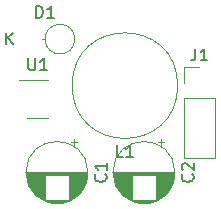
<source format=gto>
G04 #@! TF.GenerationSoftware,KiCad,Pcbnew,5.0.2+dfsg1-1~bpo9+1*
G04 #@! TF.CreationDate,2020-08-26T14:23:20+01:00*
G04 #@! TF.ProjectId,ncp1402,6e637031-3430-4322-9e6b-696361645f70,rev?*
G04 #@! TF.SameCoordinates,Original*
G04 #@! TF.FileFunction,Legend,Top*
G04 #@! TF.FilePolarity,Positive*
%FSLAX46Y46*%
G04 Gerber Fmt 4.6, Leading zero omitted, Abs format (unit mm)*
G04 Created by KiCad (PCBNEW 5.0.2+dfsg1-1~bpo9+1) date Wed 26 Aug 2020 14:23:20 IST*
%MOMM*%
%LPD*%
G01*
G04 APERTURE LIST*
%ADD10C,0.120000*%
%ADD11C,0.150000*%
G04 APERTURE END LIST*
D10*
G04 #@! TO.C,D1*
X136256660Y-70104000D02*
G75*
G03X136256660Y-70104000I-1255660J0D01*
G01*
X133745340Y-70104000D02*
X133511000Y-70104000D01*
G04 #@! TO.C,C2*
X143838000Y-78832225D02*
X143338000Y-78832225D01*
X143588000Y-78582225D02*
X143588000Y-79082225D01*
X142397000Y-83988000D02*
X141829000Y-83988000D01*
X142631000Y-83948000D02*
X141595000Y-83948000D01*
X142790000Y-83908000D02*
X141436000Y-83908000D01*
X142918000Y-83868000D02*
X141308000Y-83868000D01*
X143028000Y-83828000D02*
X141198000Y-83828000D01*
X143124000Y-83788000D02*
X141102000Y-83788000D01*
X143211000Y-83748000D02*
X141015000Y-83748000D01*
X143291000Y-83708000D02*
X140935000Y-83708000D01*
X141073000Y-83668000D02*
X140862000Y-83668000D01*
X143364000Y-83668000D02*
X143153000Y-83668000D01*
X141073000Y-83628000D02*
X140794000Y-83628000D01*
X143432000Y-83628000D02*
X143153000Y-83628000D01*
X141073000Y-83588000D02*
X140730000Y-83588000D01*
X143496000Y-83588000D02*
X143153000Y-83588000D01*
X141073000Y-83548000D02*
X140670000Y-83548000D01*
X143556000Y-83548000D02*
X143153000Y-83548000D01*
X141073000Y-83508000D02*
X140613000Y-83508000D01*
X143613000Y-83508000D02*
X143153000Y-83508000D01*
X141073000Y-83468000D02*
X140559000Y-83468000D01*
X143667000Y-83468000D02*
X143153000Y-83468000D01*
X141073000Y-83428000D02*
X140508000Y-83428000D01*
X143718000Y-83428000D02*
X143153000Y-83428000D01*
X141073000Y-83388000D02*
X140460000Y-83388000D01*
X143766000Y-83388000D02*
X143153000Y-83388000D01*
X141073000Y-83348000D02*
X140414000Y-83348000D01*
X143812000Y-83348000D02*
X143153000Y-83348000D01*
X141073000Y-83308000D02*
X140370000Y-83308000D01*
X143856000Y-83308000D02*
X143153000Y-83308000D01*
X141073000Y-83268000D02*
X140328000Y-83268000D01*
X143898000Y-83268000D02*
X143153000Y-83268000D01*
X141073000Y-83228000D02*
X140287000Y-83228000D01*
X143939000Y-83228000D02*
X143153000Y-83228000D01*
X141073000Y-83188000D02*
X140249000Y-83188000D01*
X143977000Y-83188000D02*
X143153000Y-83188000D01*
X141073000Y-83148000D02*
X140212000Y-83148000D01*
X144014000Y-83148000D02*
X143153000Y-83148000D01*
X141073000Y-83108000D02*
X140176000Y-83108000D01*
X144050000Y-83108000D02*
X143153000Y-83108000D01*
X141073000Y-83068000D02*
X140142000Y-83068000D01*
X144084000Y-83068000D02*
X143153000Y-83068000D01*
X141073000Y-83028000D02*
X140109000Y-83028000D01*
X144117000Y-83028000D02*
X143153000Y-83028000D01*
X141073000Y-82988000D02*
X140078000Y-82988000D01*
X144148000Y-82988000D02*
X143153000Y-82988000D01*
X141073000Y-82948000D02*
X140048000Y-82948000D01*
X144178000Y-82948000D02*
X143153000Y-82948000D01*
X141073000Y-82908000D02*
X140018000Y-82908000D01*
X144208000Y-82908000D02*
X143153000Y-82908000D01*
X141073000Y-82868000D02*
X139991000Y-82868000D01*
X144235000Y-82868000D02*
X143153000Y-82868000D01*
X141073000Y-82828000D02*
X139964000Y-82828000D01*
X144262000Y-82828000D02*
X143153000Y-82828000D01*
X141073000Y-82788000D02*
X139938000Y-82788000D01*
X144288000Y-82788000D02*
X143153000Y-82788000D01*
X141073000Y-82748000D02*
X139913000Y-82748000D01*
X144313000Y-82748000D02*
X143153000Y-82748000D01*
X141073000Y-82708000D02*
X139889000Y-82708000D01*
X144337000Y-82708000D02*
X143153000Y-82708000D01*
X141073000Y-82668000D02*
X139866000Y-82668000D01*
X144360000Y-82668000D02*
X143153000Y-82668000D01*
X141073000Y-82628000D02*
X139845000Y-82628000D01*
X144381000Y-82628000D02*
X143153000Y-82628000D01*
X141073000Y-82588000D02*
X139823000Y-82588000D01*
X144403000Y-82588000D02*
X143153000Y-82588000D01*
X141073000Y-82548000D02*
X139803000Y-82548000D01*
X144423000Y-82548000D02*
X143153000Y-82548000D01*
X141073000Y-82508000D02*
X139784000Y-82508000D01*
X144442000Y-82508000D02*
X143153000Y-82508000D01*
X141073000Y-82468000D02*
X139765000Y-82468000D01*
X144461000Y-82468000D02*
X143153000Y-82468000D01*
X141073000Y-82428000D02*
X139748000Y-82428000D01*
X144478000Y-82428000D02*
X143153000Y-82428000D01*
X141073000Y-82388000D02*
X139731000Y-82388000D01*
X144495000Y-82388000D02*
X143153000Y-82388000D01*
X141073000Y-82348000D02*
X139715000Y-82348000D01*
X144511000Y-82348000D02*
X143153000Y-82348000D01*
X141073000Y-82308000D02*
X139699000Y-82308000D01*
X144527000Y-82308000D02*
X143153000Y-82308000D01*
X141073000Y-82268000D02*
X139685000Y-82268000D01*
X144541000Y-82268000D02*
X143153000Y-82268000D01*
X141073000Y-82228000D02*
X139671000Y-82228000D01*
X144555000Y-82228000D02*
X143153000Y-82228000D01*
X141073000Y-82188000D02*
X139658000Y-82188000D01*
X144568000Y-82188000D02*
X143153000Y-82188000D01*
X141073000Y-82148000D02*
X139645000Y-82148000D01*
X144581000Y-82148000D02*
X143153000Y-82148000D01*
X141073000Y-82108000D02*
X139633000Y-82108000D01*
X144593000Y-82108000D02*
X143153000Y-82108000D01*
X141073000Y-82067000D02*
X139622000Y-82067000D01*
X144604000Y-82067000D02*
X143153000Y-82067000D01*
X141073000Y-82027000D02*
X139612000Y-82027000D01*
X144614000Y-82027000D02*
X143153000Y-82027000D01*
X141073000Y-81987000D02*
X139602000Y-81987000D01*
X144624000Y-81987000D02*
X143153000Y-81987000D01*
X141073000Y-81947000D02*
X139593000Y-81947000D01*
X144633000Y-81947000D02*
X143153000Y-81947000D01*
X141073000Y-81907000D02*
X139585000Y-81907000D01*
X144641000Y-81907000D02*
X143153000Y-81907000D01*
X141073000Y-81867000D02*
X139577000Y-81867000D01*
X144649000Y-81867000D02*
X143153000Y-81867000D01*
X141073000Y-81827000D02*
X139570000Y-81827000D01*
X144656000Y-81827000D02*
X143153000Y-81827000D01*
X141073000Y-81787000D02*
X139563000Y-81787000D01*
X144663000Y-81787000D02*
X143153000Y-81787000D01*
X141073000Y-81747000D02*
X139557000Y-81747000D01*
X144669000Y-81747000D02*
X143153000Y-81747000D01*
X141073000Y-81707000D02*
X139552000Y-81707000D01*
X144674000Y-81707000D02*
X143153000Y-81707000D01*
X141073000Y-81667000D02*
X139548000Y-81667000D01*
X144678000Y-81667000D02*
X143153000Y-81667000D01*
X141073000Y-81627000D02*
X139544000Y-81627000D01*
X144682000Y-81627000D02*
X143153000Y-81627000D01*
X144686000Y-81587000D02*
X139540000Y-81587000D01*
X144689000Y-81547000D02*
X139537000Y-81547000D01*
X144691000Y-81507000D02*
X139535000Y-81507000D01*
X144692000Y-81467000D02*
X139534000Y-81467000D01*
X144693000Y-81427000D02*
X139533000Y-81427000D01*
X144693000Y-81387000D02*
X139533000Y-81387000D01*
X144733000Y-81387000D02*
G75*
G03X144733000Y-81387000I-2620000J0D01*
G01*
G04 #@! TO.C,C1*
X137367000Y-81387000D02*
G75*
G03X137367000Y-81387000I-2620000J0D01*
G01*
X137327000Y-81387000D02*
X132167000Y-81387000D01*
X137327000Y-81427000D02*
X132167000Y-81427000D01*
X137326000Y-81467000D02*
X132168000Y-81467000D01*
X137325000Y-81507000D02*
X132169000Y-81507000D01*
X137323000Y-81547000D02*
X132171000Y-81547000D01*
X137320000Y-81587000D02*
X132174000Y-81587000D01*
X137316000Y-81627000D02*
X135787000Y-81627000D01*
X133707000Y-81627000D02*
X132178000Y-81627000D01*
X137312000Y-81667000D02*
X135787000Y-81667000D01*
X133707000Y-81667000D02*
X132182000Y-81667000D01*
X137308000Y-81707000D02*
X135787000Y-81707000D01*
X133707000Y-81707000D02*
X132186000Y-81707000D01*
X137303000Y-81747000D02*
X135787000Y-81747000D01*
X133707000Y-81747000D02*
X132191000Y-81747000D01*
X137297000Y-81787000D02*
X135787000Y-81787000D01*
X133707000Y-81787000D02*
X132197000Y-81787000D01*
X137290000Y-81827000D02*
X135787000Y-81827000D01*
X133707000Y-81827000D02*
X132204000Y-81827000D01*
X137283000Y-81867000D02*
X135787000Y-81867000D01*
X133707000Y-81867000D02*
X132211000Y-81867000D01*
X137275000Y-81907000D02*
X135787000Y-81907000D01*
X133707000Y-81907000D02*
X132219000Y-81907000D01*
X137267000Y-81947000D02*
X135787000Y-81947000D01*
X133707000Y-81947000D02*
X132227000Y-81947000D01*
X137258000Y-81987000D02*
X135787000Y-81987000D01*
X133707000Y-81987000D02*
X132236000Y-81987000D01*
X137248000Y-82027000D02*
X135787000Y-82027000D01*
X133707000Y-82027000D02*
X132246000Y-82027000D01*
X137238000Y-82067000D02*
X135787000Y-82067000D01*
X133707000Y-82067000D02*
X132256000Y-82067000D01*
X137227000Y-82108000D02*
X135787000Y-82108000D01*
X133707000Y-82108000D02*
X132267000Y-82108000D01*
X137215000Y-82148000D02*
X135787000Y-82148000D01*
X133707000Y-82148000D02*
X132279000Y-82148000D01*
X137202000Y-82188000D02*
X135787000Y-82188000D01*
X133707000Y-82188000D02*
X132292000Y-82188000D01*
X137189000Y-82228000D02*
X135787000Y-82228000D01*
X133707000Y-82228000D02*
X132305000Y-82228000D01*
X137175000Y-82268000D02*
X135787000Y-82268000D01*
X133707000Y-82268000D02*
X132319000Y-82268000D01*
X137161000Y-82308000D02*
X135787000Y-82308000D01*
X133707000Y-82308000D02*
X132333000Y-82308000D01*
X137145000Y-82348000D02*
X135787000Y-82348000D01*
X133707000Y-82348000D02*
X132349000Y-82348000D01*
X137129000Y-82388000D02*
X135787000Y-82388000D01*
X133707000Y-82388000D02*
X132365000Y-82388000D01*
X137112000Y-82428000D02*
X135787000Y-82428000D01*
X133707000Y-82428000D02*
X132382000Y-82428000D01*
X137095000Y-82468000D02*
X135787000Y-82468000D01*
X133707000Y-82468000D02*
X132399000Y-82468000D01*
X137076000Y-82508000D02*
X135787000Y-82508000D01*
X133707000Y-82508000D02*
X132418000Y-82508000D01*
X137057000Y-82548000D02*
X135787000Y-82548000D01*
X133707000Y-82548000D02*
X132437000Y-82548000D01*
X137037000Y-82588000D02*
X135787000Y-82588000D01*
X133707000Y-82588000D02*
X132457000Y-82588000D01*
X137015000Y-82628000D02*
X135787000Y-82628000D01*
X133707000Y-82628000D02*
X132479000Y-82628000D01*
X136994000Y-82668000D02*
X135787000Y-82668000D01*
X133707000Y-82668000D02*
X132500000Y-82668000D01*
X136971000Y-82708000D02*
X135787000Y-82708000D01*
X133707000Y-82708000D02*
X132523000Y-82708000D01*
X136947000Y-82748000D02*
X135787000Y-82748000D01*
X133707000Y-82748000D02*
X132547000Y-82748000D01*
X136922000Y-82788000D02*
X135787000Y-82788000D01*
X133707000Y-82788000D02*
X132572000Y-82788000D01*
X136896000Y-82828000D02*
X135787000Y-82828000D01*
X133707000Y-82828000D02*
X132598000Y-82828000D01*
X136869000Y-82868000D02*
X135787000Y-82868000D01*
X133707000Y-82868000D02*
X132625000Y-82868000D01*
X136842000Y-82908000D02*
X135787000Y-82908000D01*
X133707000Y-82908000D02*
X132652000Y-82908000D01*
X136812000Y-82948000D02*
X135787000Y-82948000D01*
X133707000Y-82948000D02*
X132682000Y-82948000D01*
X136782000Y-82988000D02*
X135787000Y-82988000D01*
X133707000Y-82988000D02*
X132712000Y-82988000D01*
X136751000Y-83028000D02*
X135787000Y-83028000D01*
X133707000Y-83028000D02*
X132743000Y-83028000D01*
X136718000Y-83068000D02*
X135787000Y-83068000D01*
X133707000Y-83068000D02*
X132776000Y-83068000D01*
X136684000Y-83108000D02*
X135787000Y-83108000D01*
X133707000Y-83108000D02*
X132810000Y-83108000D01*
X136648000Y-83148000D02*
X135787000Y-83148000D01*
X133707000Y-83148000D02*
X132846000Y-83148000D01*
X136611000Y-83188000D02*
X135787000Y-83188000D01*
X133707000Y-83188000D02*
X132883000Y-83188000D01*
X136573000Y-83228000D02*
X135787000Y-83228000D01*
X133707000Y-83228000D02*
X132921000Y-83228000D01*
X136532000Y-83268000D02*
X135787000Y-83268000D01*
X133707000Y-83268000D02*
X132962000Y-83268000D01*
X136490000Y-83308000D02*
X135787000Y-83308000D01*
X133707000Y-83308000D02*
X133004000Y-83308000D01*
X136446000Y-83348000D02*
X135787000Y-83348000D01*
X133707000Y-83348000D02*
X133048000Y-83348000D01*
X136400000Y-83388000D02*
X135787000Y-83388000D01*
X133707000Y-83388000D02*
X133094000Y-83388000D01*
X136352000Y-83428000D02*
X135787000Y-83428000D01*
X133707000Y-83428000D02*
X133142000Y-83428000D01*
X136301000Y-83468000D02*
X135787000Y-83468000D01*
X133707000Y-83468000D02*
X133193000Y-83468000D01*
X136247000Y-83508000D02*
X135787000Y-83508000D01*
X133707000Y-83508000D02*
X133247000Y-83508000D01*
X136190000Y-83548000D02*
X135787000Y-83548000D01*
X133707000Y-83548000D02*
X133304000Y-83548000D01*
X136130000Y-83588000D02*
X135787000Y-83588000D01*
X133707000Y-83588000D02*
X133364000Y-83588000D01*
X136066000Y-83628000D02*
X135787000Y-83628000D01*
X133707000Y-83628000D02*
X133428000Y-83628000D01*
X135998000Y-83668000D02*
X135787000Y-83668000D01*
X133707000Y-83668000D02*
X133496000Y-83668000D01*
X135925000Y-83708000D02*
X133569000Y-83708000D01*
X135845000Y-83748000D02*
X133649000Y-83748000D01*
X135758000Y-83788000D02*
X133736000Y-83788000D01*
X135662000Y-83828000D02*
X133832000Y-83828000D01*
X135552000Y-83868000D02*
X133942000Y-83868000D01*
X135424000Y-83908000D02*
X134070000Y-83908000D01*
X135265000Y-83948000D02*
X134229000Y-83948000D01*
X135031000Y-83988000D02*
X134463000Y-83988000D01*
X136222000Y-78582225D02*
X136222000Y-79082225D01*
X136472000Y-78832225D02*
X135972000Y-78832225D01*
G04 #@! TO.C,J1*
X145482000Y-80197000D02*
X148142000Y-80197000D01*
X145482000Y-75057000D02*
X145482000Y-80197000D01*
X148142000Y-75057000D02*
X148142000Y-80197000D01*
X145482000Y-75057000D02*
X148142000Y-75057000D01*
X145482000Y-73787000D02*
X145482000Y-72457000D01*
X145482000Y-72457000D02*
X146812000Y-72457000D01*
G04 #@! TO.C,L1*
X144972000Y-74041000D02*
G75*
G03X144972000Y-74041000I-4470000J0D01*
G01*
G04 #@! TO.C,U1*
X132196000Y-76794000D02*
X133996000Y-76794000D01*
X133996000Y-73574000D02*
X131546000Y-73574000D01*
G04 #@! TO.C,D1*
D11*
X132992904Y-68300720D02*
X132992904Y-67300720D01*
X133231000Y-67300720D01*
X133373857Y-67348340D01*
X133469095Y-67443578D01*
X133516714Y-67538816D01*
X133564333Y-67729292D01*
X133564333Y-67872149D01*
X133516714Y-68062625D01*
X133469095Y-68157863D01*
X133373857Y-68253101D01*
X133231000Y-68300720D01*
X132992904Y-68300720D01*
X134516714Y-68300720D02*
X133945285Y-68300720D01*
X134231000Y-68300720D02*
X134231000Y-67300720D01*
X134135761Y-67443578D01*
X134040523Y-67538816D01*
X133945285Y-67586435D01*
X130449095Y-70556380D02*
X130449095Y-69556380D01*
X131020523Y-70556380D02*
X130591952Y-69984952D01*
X131020523Y-69556380D02*
X130449095Y-70127809D01*
G04 #@! TO.C,C2*
X146220142Y-81553666D02*
X146267761Y-81601285D01*
X146315380Y-81744142D01*
X146315380Y-81839380D01*
X146267761Y-81982238D01*
X146172523Y-82077476D01*
X146077285Y-82125095D01*
X145886809Y-82172714D01*
X145743952Y-82172714D01*
X145553476Y-82125095D01*
X145458238Y-82077476D01*
X145363000Y-81982238D01*
X145315380Y-81839380D01*
X145315380Y-81744142D01*
X145363000Y-81601285D01*
X145410619Y-81553666D01*
X145410619Y-81172714D02*
X145363000Y-81125095D01*
X145315380Y-81029857D01*
X145315380Y-80791761D01*
X145363000Y-80696523D01*
X145410619Y-80648904D01*
X145505857Y-80601285D01*
X145601095Y-80601285D01*
X145743952Y-80648904D01*
X146315380Y-81220333D01*
X146315380Y-80601285D01*
G04 #@! TO.C,C1*
X138854142Y-81553666D02*
X138901761Y-81601285D01*
X138949380Y-81744142D01*
X138949380Y-81839380D01*
X138901761Y-81982238D01*
X138806523Y-82077476D01*
X138711285Y-82125095D01*
X138520809Y-82172714D01*
X138377952Y-82172714D01*
X138187476Y-82125095D01*
X138092238Y-82077476D01*
X137997000Y-81982238D01*
X137949380Y-81839380D01*
X137949380Y-81744142D01*
X137997000Y-81601285D01*
X138044619Y-81553666D01*
X138949380Y-80601285D02*
X138949380Y-81172714D01*
X138949380Y-80887000D02*
X137949380Y-80887000D01*
X138092238Y-80982238D01*
X138187476Y-81077476D01*
X138235095Y-81172714D01*
G04 #@! TO.C,J1*
X146478666Y-70909380D02*
X146478666Y-71623666D01*
X146431047Y-71766523D01*
X146335809Y-71861761D01*
X146192952Y-71909380D01*
X146097714Y-71909380D01*
X147478666Y-71909380D02*
X146907238Y-71909380D01*
X147192952Y-71909380D02*
X147192952Y-70909380D01*
X147097714Y-71052238D01*
X147002476Y-71147476D01*
X146907238Y-71195095D01*
G04 #@! TO.C,L1*
X140335333Y-80093380D02*
X139859142Y-80093380D01*
X139859142Y-79093380D01*
X141192476Y-80093380D02*
X140621047Y-80093380D01*
X140906761Y-80093380D02*
X140906761Y-79093380D01*
X140811523Y-79236238D01*
X140716285Y-79331476D01*
X140621047Y-79379095D01*
G04 #@! TO.C,U1*
X132334095Y-71736380D02*
X132334095Y-72545904D01*
X132381714Y-72641142D01*
X132429333Y-72688761D01*
X132524571Y-72736380D01*
X132715047Y-72736380D01*
X132810285Y-72688761D01*
X132857904Y-72641142D01*
X132905523Y-72545904D01*
X132905523Y-71736380D01*
X133905523Y-72736380D02*
X133334095Y-72736380D01*
X133619809Y-72736380D02*
X133619809Y-71736380D01*
X133524571Y-71879238D01*
X133429333Y-71974476D01*
X133334095Y-72022095D01*
G04 #@! TD*
M02*

</source>
